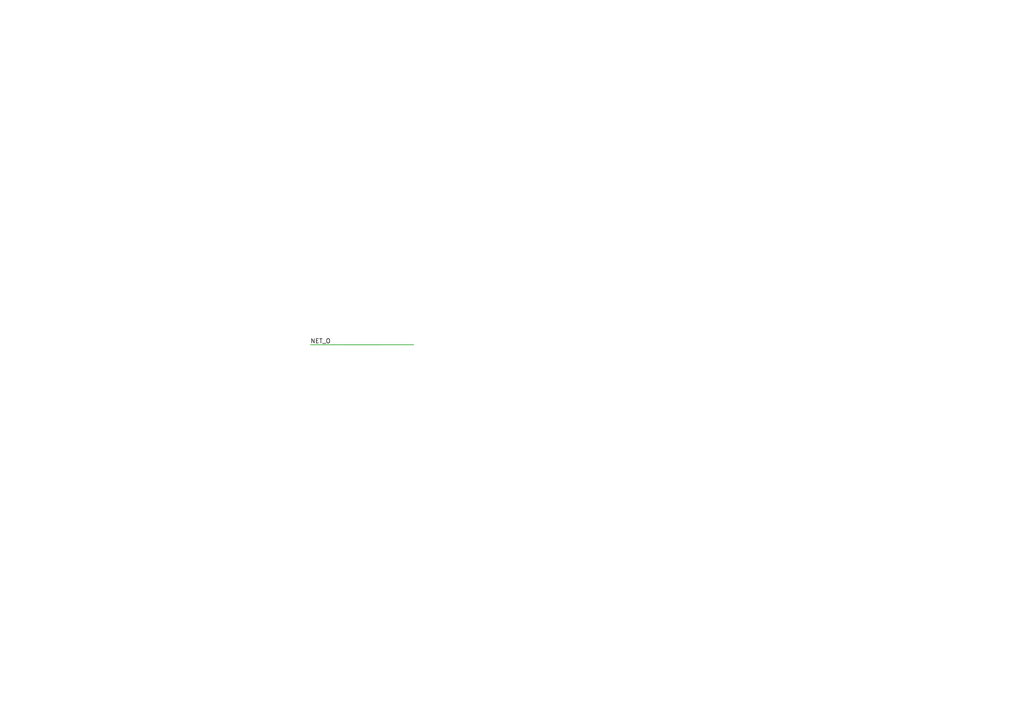
<source format=kicad_sch>
(kicad_sch
	(version 20250114)
	(generator "eeschema")
	(generator_version "9.0")
	(uuid "aaaaaaaa-aaaa-aaaa-aaaa-aaaaaaaaaaaa")
	(paper "A4")
	(title_block
		(title "Wire Overlap")
	)
	(lib_symbols)
	(wire
		(pts
			(xy 90 100) (xy 110 100)
		)
		(stroke
			(width 0)
			(type default)
		)
		(uuid "bbbbbbbb-bbbb-bbbb-bbbb-bbbbbbbbbbbb")
	)
	(wire
		(pts
			(xy 100 100) (xy 120 100)
		)
		(stroke
			(width 0)
			(type default)
		)
		(uuid "cccccccc-cccc-cccc-cccc-cccccccccccc")
	)
	(label "NET_O"
		(at 90 100 0)
		(effects
			(font
				(size 1.27 1.27)
			)
			(justify left bottom)
		)
		(uuid "dddddddd-dddd-dddd-dddd-dddddddddddd")
	)
	(sheet_instances
		(path "/"
			(page "1")
		)
	)
	(embedded_fonts no)
)

</source>
